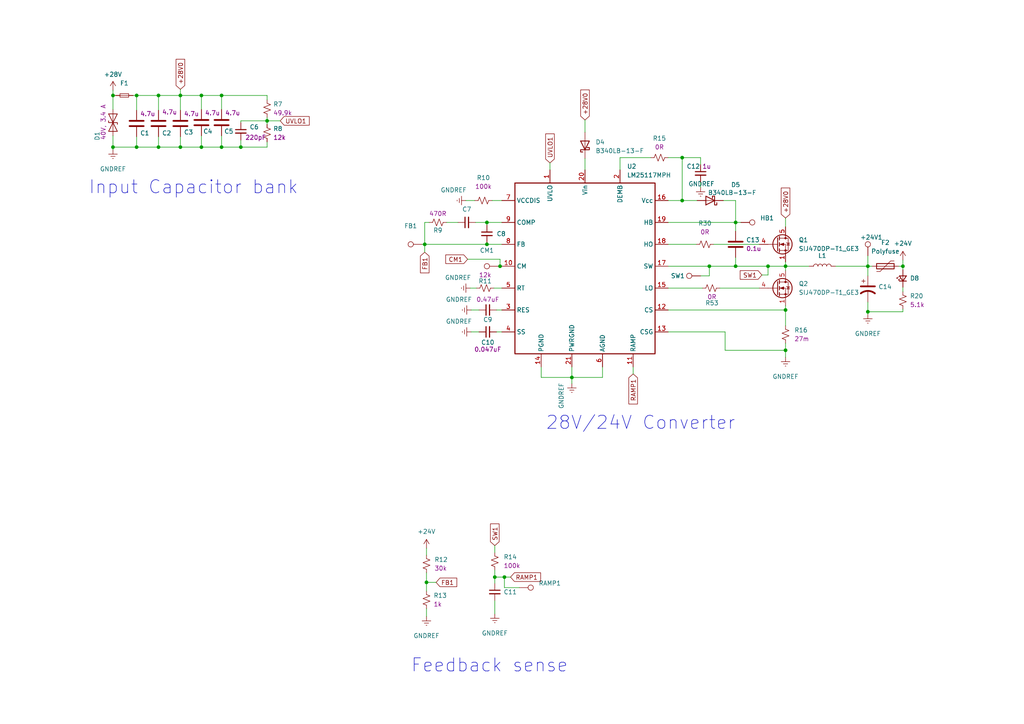
<source format=kicad_sch>
(kicad_sch (version 20211123) (generator eeschema)
  (paper "A4")
  (title_block (title "CON0100") (date "2023-01-12") (rev "V1.0") (company "Ati motors Pvt Ltd") (comment 1 "Soundhar B") (comment 2 "Designed By") (comment 3 "Sudhir P") (comment 4 "Reviewed By") (comment 5 "Naveen ") (comment 6 "Approved by"))
  (lib_symbols
    (symbol "Ati:C_0.01uf_0603_50V_ECJ-1VB1H103K" (pin_numbers hide) (pin_names (offset 0.254) hide)
      (property "Reference" "C7" (at 0.0063 3.81 90))
      (symbol "C_0.01uf_0603_50V_ECJ-1VB1H103K_0_1"
        (polyline (pts (xy -1.524 -0.508) (xy 1.524 -0.508)) (stroke (width 0.3302)))
        (polyline (pts (xy -1.524 0.508) (xy 1.524 0.508)) (stroke (width 0.3048)))
      )
      (symbol "C_0.01uf_0603_50V_ECJ-1VB1H103K_1_1"
        (pin passive line (at 0 2.54 270) (length 2.032) (name "~") (number "1"))
        (pin passive line (at 0 -2.54 90) (length 2.032) (name "~") (number "2"))
      )
    )
    (symbol "Ati:C_0.22uF_RAD_50V_20%" (pin_numbers hide) (pin_names (offset 0.254) hide)
      (property "Reference" "C14" (at 3.048 0.6351 0))
      (symbol "C_0.22uF_RAD_50V_20%_0_1"
        (polyline (pts (xy -2.032 0.762) (xy 2.032 0.762)) (stroke (width 0.508)))
        (polyline (pts (xy -1.778 2.286) (xy -0.762 2.286)))
        (polyline (pts (xy -1.27 1.778) (xy -1.27 2.794)))
        (arc (start 2.032 -1.27) (mid 0 -0.5572) (end -2.032 -1.27) (stroke (width 0.508)))
      )
      (symbol "C_0.22uF_RAD_50V_20%_1_1"
        (pin passive line (at 0 3.81 270) (length 2.794) (name "~") (number "1"))
        (pin passive line (at 0 -3.81 90) (length 3.302) (name "~") (number "2"))
      )
    )
    (symbol "Ati:C_0603_0.047uF_16V_10%_ECJ-1VB1C473K" (pin_numbers hide) (pin_names (offset 0.254) hide)
      (property "Reference" "C10" (at 0 -3.048 90))
      (property "Val" "0.047uF" (at 0 -5.08 90))
      (symbol "C_0603_0.047uF_16V_10%_ECJ-1VB1C473K_0_1"
        (polyline (pts (xy -1.524 -0.508) (xy 1.524 -0.508)) (stroke (width 0.3302)))
        (polyline (pts (xy -1.524 0.508) (xy 1.524 0.508)) (stroke (width 0.3048)))
      )
      (symbol "C_0603_0.047uF_16V_10%_ECJ-1VB1C473K_1_1"
        (pin passive line (at 0 2.54 270) (length 2.032) (name "~") (number "1"))
        (pin passive line (at 0 -2.54 90) (length 2.032) (name "~") (number "2"))
      )
    )
    (symbol "Ati:C_0603_0.47uF_25V_CGA3E3X7R1E474K080AB" (pin_numbers hide) (pin_names (offset 0.254) hide)
      (property "Reference" "C39" (at 0 -5.588 90))
      (property "Val" "0.47uF" (at -0.508 -3.556 90))
      (symbol "C_0603_0.47uF_25V_CGA3E3X7R1E474K080AB_0_1"
        (polyline (pts (xy -1.524 -0.508) (xy 1.524 -0.508)) (stroke (width 0.3302)))
        (polyline (pts (xy -1.524 0.508) (xy 1.524 0.508)) (stroke (width 0.3048)))
      )
      (symbol "C_0603_0.47uF_25V_CGA3E3X7R1E474K080AB_1_1"
        (pin passive line (at 0 2.54 270) (length 2.032) (name "~") (number "1"))
        (pin passive line (at 0 -2.54 90) (length 2.032) (name "~") (number "2"))
      )
    )
    (symbol "Ati:C_0603_220pF_50V_ECJ-1VC1H221J" (pin_numbers hide) (pin_names (offset 0.254) hide)
      (property "Reference" "C6" (at 2.54 1.2638 0))
      (property "Val" "220pF" (at 1.27 -1.778 0))
      (symbol "C_0603_220pF_50V_ECJ-1VC1H221J_0_1"
        (polyline (pts (xy -1.524 -0.508) (xy 1.524 -0.508)) (stroke (width 0.3302)))
        (polyline (pts (xy -1.524 0.508) (xy 1.524 0.508)) (stroke (width 0.3048)))
      )
      (symbol "C_0603_220pF_50V_ECJ-1VC1H221J_1_1"
        (pin passive line (at 0 2.54 270) (length 2.032) (name "~") (number "1"))
        (pin passive line (at 0 -2.54 90) (length 2.032) (name "~") (number "2"))
      )
    )
    (symbol "Ati:C_10pF_0603_GCM1885C1H100JA16D" (pin_numbers hide) (pin_names (offset 0.254) hide)
      (property "Reference" "C8" (at 2.794 -0.0062 0))
      (symbol "C_10pF_0603_GCM1885C1H100JA16D_0_1"
        (polyline (pts (xy -1.524 -0.508) (xy 1.524 -0.508)) (stroke (width 0.3302)))
        (polyline (pts (xy -1.524 0.508) (xy 1.524 0.508)) (stroke (width 0.3048)))
      )
      (symbol "C_10pF_0603_GCM1885C1H100JA16D_1_1"
        (pin passive line (at 0 2.54 270) (length 2.032) (name "~") (number "1"))
        (pin passive line (at 0 -2.54 90) (length 2.032) (name "~") (number "2"))
      )
    )
    (symbol "Ati:C_1uf_0603_GCJ188R71E105KA01D" (pin_numbers hide) (pin_names (offset 0.254) hide)
      (property "Reference" "C12" (at -4.064 2.032 0))
      (property "Val" "1u" (at 1.778 2.032 0))
      (symbol "C_1uf_0603_GCJ188R71E105KA01D_0_1"
        (polyline (pts (xy -1.524 -0.508) (xy 1.524 -0.508)) (stroke (width 0.3302)))
        (polyline (pts (xy -1.524 0.508) (xy 1.524 0.508)) (stroke (width 0.3048)))
      )
      (symbol "C_1uf_0603_GCJ188R71E105KA01D_1_1"
        (pin passive line (at 0 2.54 270) (length 2.032) (name "~") (number "1"))
        (pin passive line (at 0 -2.54 90) (length 2.032) (name "~") (number "2"))
      )
    )
    (symbol "Ati:C_4.7u_1206_CL31B475KAHNNNE" (pin_numbers hide) (pin_names (offset 0.254))
      (property "Reference" "C" (at 0.635 2.54 0))
      (property "Val" "4.7u" (at 5.08 0 0))
      (symbol "C_4.7u_1206_CL31B475KAHNNNE_0_1"
        (polyline (pts (xy -2.032 -0.762) (xy 2.032 -0.762)) (stroke (width 0.508)))
        (polyline (pts (xy -2.032 0.762) (xy 2.032 0.762)) (stroke (width 0.508)))
      )
      (symbol "C_4.7u_1206_CL31B475KAHNNNE_1_1"
        (pin passive line (at 0 3.81 270) (length 2.794) (name "~") (number "1"))
        (pin passive line (at 0 -3.81 90) (length 2.794) (name "~") (number "2"))
      )
    )
    (symbol "Ati:C_820pF_0603_50V_GCM1885C1H821JA16D" (pin_numbers hide) (pin_names (offset 0.254) hide)
      (property "Reference" "C36" (at 0 2.794 90))
      (property "Val" "820pF" (at -0.254 -2.54 90))
      (symbol "C_820pF_0603_50V_GCM1885C1H821JA16D_0_1"
        (polyline (pts (xy -1.524 -0.508) (xy 1.524 -0.508)) (stroke (width 0.3302)))
        (polyline (pts (xy -1.524 0.508) (xy 1.524 0.508)) (stroke (width 0.3048)))
      )
      (symbol "C_820pF_0603_50V_GCM1885C1H821JA16D_1_1"
        (pin passive line (at 0 2.54 270) (length 2.032) (name "~") (number "1"))
        (pin passive line (at 0 -2.54 90) (length 2.032) (name "~") (number "2"))
      )
    )
    (symbol "Ati:D_LED_0603_Blue_150060BS75000" (pin_numbers hide) (pin_names (offset 0.254) hide)
      (property "Reference" "D?" (at 2.032 0.0636 90))
      (symbol "D_LED_0603_Blue_150060BS75000_0_1"
        (polyline (pts (xy -0.762 -1.016) (xy -0.762 1.016)) (stroke (width 0.254)))
        (polyline (pts (xy 1.016 0) (xy -0.762 0)))
        (polyline (pts (xy 0.762 -1.016) (xy -0.762 0) (xy 0.762 1.016) (xy 0.762 -1.016)) (stroke (width 0.254)))
        (polyline (pts (xy 0 0.762) (xy -0.508 1.27) (xy -0.254 1.27) (xy -0.508 1.27) (xy -0.508 1.016)))
        (polyline (pts (xy 0.508 1.27) (xy 0 1.778) (xy 0.254 1.778) (xy 0 1.778) (xy 0 1.524)))
      )
      (symbol "D_LED_0603_Blue_150060BS75000_1_1"
        (pin passive line (at -2.54 0 0) (length 1.778) (name "K") (number "1"))
        (pin passive line (at 2.54 0 180) (length 1.778) (name "A") (number "2"))
      )
    )
    (symbol "Ati:Fuse_1206_SlowBlow_SF-1206SA350M-2" (pin_numbers hide) (pin_names (offset 0.254) hide)
      (property "Reference" "F1" (at 0 5.842 0))
      (symbol "Fuse_1206_SlowBlow_SF-1206SA350M-2_0_1"
        (rectangle (start -1.27 0.508) (end 1.27 -0.508))
        (polyline (pts (xy -1.27 0) (xy 1.27 0)))
      )
      (symbol "Fuse_1206_SlowBlow_SF-1206SA350M-2_1_1"
        (pin passive line (at -2.54 0 0) (length 1.27) (name "~") (number "1"))
        (pin passive line (at 2.54 0 180) (length 1.27) (name "~") (number "2"))
      )
    )
    (symbol "Ati:LM25117MPH"
      (property "Reference" "U" (at 0 24.13 0))
      (property "Value" "LM25117MPH" (at 0 26.67 0))
      (symbol "LM25117MPH_0_1"
        (rectangle (start -20.32 49.53) (end 20.32 0) (stroke (width 0.3)))
      )
      (symbol "LM25117MPH_1_1"
        (pin input line (at -10.16 53.34 270) (length 3.8) (name "UVLO") (number "1"))
        (pin input line (at -24.13 25.4 0) (length 3.8) (name "CM") (number "10"))
        (pin input line (at 13.97 -3.81 90) (length 3.8) (name "RAMP") (number "11"))
        (pin input line (at 24.13 12.7 180) (length 3.8) (name "CS") (number "12"))
        (pin input line (at 24.13 6.35 180) (length 3.8) (name "CSG") (number "13"))
        (pin input line (at -12.7 -3.81 90) (length 3.8) (name "PGND") (number "14"))
        (pin input line (at 24.13 19.05 180) (length 3.8) (name "LO") (number "15"))
        (pin input line (at 24.13 44.45 180) (length 3.8) (name "Vcc") (number "16"))
        (pin input line (at 24.13 25.4 180) (length 3.8) (name "SW") (number "17"))
        (pin input line (at 24.13 31.75 180) (length 3.8) (name "HO") (number "18"))
        (pin input line (at 24.13 38.1 180) (length 3.8) (name "HB") (number "19"))
        (pin input line (at 10.16 53.34 270) (length 3.8) (name "DEMB") (number "2"))
        (pin input line (at 0 53.34 270) (length 3.8) (name "Vin") (number "20"))
        (pin input line (at -3.81 -3.81 90) (length 3.8) (name "PWRGND") (number "21"))
        (pin input line (at -24.13 12.7 0) (length 3.8) (name "RES") (number "3"))
        (pin input line (at -24.13 6.35 0) (length 3.8) (name "SS") (number "4"))
        (pin input line (at -24.13 19.05 0) (length 3.8) (name "RT") (number "5"))
        (pin input line (at 5.08 -3.81 90) (length 3.8) (name "AGND") (number "6"))
        (pin input line (at -24.13 44.45 0) (length 3.8) (name "VCCDIS") (number "7"))
        (pin input line (at -24.13 31.75 0) (length 3.8) (name "FB") (number "8"))
        (pin input line (at -24.13 38.1 0) (length 3.8) (name "COMP") (number "9"))
      )
    )
    (symbol "Ati:L_22uH_12A_37mOhms_SMD_12.5mmx13.5mm" (pin_numbers hide) (pin_names (offset 1.016) hide)
      (property "Reference" "L1" (at 0 3.048 90))
      (symbol "L_22uH_12A_37mOhms_SMD_12.5mmx13.5mm_0_1"
        (arc (start 0 -2.54) (mid 0.635 -1.905) (end 0 -1.27))
        (arc (start 0 -1.27) (mid 0.635 -0.635) (end 0 0))
        (arc (start 0 0) (mid 0.635 0.635) (end 0 1.27))
        (arc (start 0 1.27) (mid 0.635 1.905) (end 0 2.54))
      )
      (symbol "L_22uH_12A_37mOhms_SMD_12.5mmx13.5mm_1_1"
        (pin passive line (at 0 3.81 270) (length 1.27) (name "1") (number "1"))
        (pin passive line (at 0 -3.81 90) (length 1.27) (name "2") (number "2"))
      )
    )
    (symbol "Ati:R_0R_0603_ERJ-3GEY0R00V" (pin_numbers hide) (pin_names (offset 0.254) hide)
      (property "Reference" "R" (at 0.762 0.508 0))
      (property "Val" "0R" (at 2.54 0 0))
      (symbol "R_0R_0603_ERJ-3GEY0R00V_1_1"
        (polyline (pts (xy 0 0) (xy 1.016 -0.381) (xy 0 -0.762) (xy -1.016 -1.143) (xy 0 -1.524)))
        (polyline (pts (xy 0 1.524) (xy 1.016 1.143) (xy 0 0.762) (xy -1.016 0.381) (xy 0 0)))
        (pin passive line (at 0 2.54 270) (length 1.016) (name "~") (number "1"))
        (pin passive line (at 0 -2.54 90) (length 1.016) (name "~") (number "2"))
      )
    )
    (symbol "Ati:R_100k_0603_1{slash}10W_CRGP0603F100K" (pin_numbers hide) (pin_names (offset 0.254) hide)
      (property "Reference" "R10" (at 0 6.604 90))
      (property "Val" "100k" (at 0 4.064 90))
      (symbol "R_100k_0603_1{slash}10W_CRGP0603F100K_1_1"
        (polyline (pts (xy 0 0) (xy 1.016 -0.381) (xy 0 -0.762) (xy -1.016 -1.143) (xy 0 -1.524)))
        (polyline (pts (xy 0 1.524) (xy 1.016 1.143) (xy 0 0.762) (xy -1.016 0.381) (xy 0 0)))
        (pin passive line (at 0 2.54 270) (length 1.016) (name "~") (number "1"))
        (pin passive line (at 0 -2.54 90) (length 1.016) (name "~") (number "2"))
      )
    )
    (symbol "Ati:R_12k_0603_ERJ3EKF1202V" (pin_numbers hide) (pin_names (offset 0.254) hide)
      (property "Reference" "R11" (at 0 2.032 90))
      (property "Val" "12k" (at 0 3.81 90))
      (symbol "R_12k_0603_ERJ3EKF1202V_1_1"
        (polyline (pts (xy 0 0) (xy 1.016 -0.381) (xy 0 -0.762) (xy -1.016 -1.143) (xy 0 -1.524)))
        (polyline (pts (xy 0 1.524) (xy 1.016 1.143) (xy 0 0.762) (xy -1.016 0.381) (xy 0 0)))
        (pin passive line (at 0 2.54 270) (length 1.016) (name "~") (number "1"))
        (pin passive line (at 0 -2.54 90) (length 1.016) (name "~") (number "2"))
      )
    )
    (symbol "Ati:R_1k_0603_ERJ-3EKF1001V" (pin_numbers hide) (pin_names (offset 0.254) hide)
      (property "Reference" "R" (at -2.54 0 0))
      (property "Val" "1k" (at 2.54 0 0))
      (symbol "R_1k_0603_ERJ-3EKF1001V_1_1"
        (polyline (pts (xy 0 0) (xy 1.016 -0.381) (xy 0 -0.762) (xy -1.016 -1.143) (xy 0 -1.524)))
        (polyline (pts (xy 0 1.524) (xy 1.016 1.143) (xy 0 0.762) (xy -1.016 0.381) (xy 0 0)))
        (pin passive line (at 0 2.54 270) (length 1.016) (name "~") (number "1"))
        (pin passive line (at 0 -2.54 90) (length 1.016) (name "~") (number "2"))
      )
    )
    (symbol "Ati:R_27mOhms_0805_ERJ-6BWFR027V" (pin_numbers hide) (pin_names (offset 0.254) hide)
      (property "Reference" "R16" (at 2.54 1.2701 0))
      (property "Val" "27m" (at 2.54 -1.2699 0))
      (symbol "R_27mOhms_0805_ERJ-6BWFR027V_1_1"
        (polyline (pts (xy 0 0) (xy 1.016 -0.381) (xy 0 -0.762) (xy -1.016 -1.143) (xy 0 -1.524)))
        (polyline (pts (xy 0 1.524) (xy 1.016 1.143) (xy 0 0.762) (xy -1.016 0.381) (xy 0 0)))
        (pin passive line (at 0 2.54 270) (length 1.016) (name "~") (number "1"))
        (pin passive line (at 0 -2.54 90) (length 1.016) (name "~") (number "2"))
      )
    )
    (symbol "Ati:R_30k_0603_ERJ-PB3B3002V" (pin_numbers hide) (pin_names (offset 0.254) hide)
      (property "Reference" "R12" (at 2.286 1.2701 0))
      (property "Val" "30k" (at 2.286 -1.2699 0))
      (symbol "R_30k_0603_ERJ-PB3B3002V_1_1"
        (polyline (pts (xy 0 0) (xy 1.016 -0.381) (xy 0 -0.762) (xy -1.016 -1.143) (xy 0 -1.524)))
        (polyline (pts (xy 0 1.524) (xy 1.016 1.143) (xy 0 0.762) (xy -1.016 0.381) (xy 0 0)))
        (pin passive line (at 0 2.54 270) (length 1.016) (name "~") (number "1"))
        (pin passive line (at 0 -2.54 90) (length 1.016) (name "~") (number "2"))
      )
    )
    (symbol "Ati:R_470R_0603_ERJ-3EKF4700V" (pin_numbers hide) (pin_names (offset 0.254) hide)
      (property "Reference" "R9" (at 0 -2.286 90))
      (property "Val" "470R" (at 0 2.54 90))
      (symbol "R_470R_0603_ERJ-3EKF4700V_1_1"
        (polyline (pts (xy 0 0) (xy 1.016 -0.381) (xy 0 -0.762) (xy -1.016 -1.143) (xy 0 -1.524)))
        (polyline (pts (xy 0 1.524) (xy 1.016 1.143) (xy 0 0.762) (xy -1.016 0.381) (xy 0 0)))
        (pin passive line (at 0 2.54 270) (length 1.016) (name "~") (number "1"))
        (pin passive line (at 0 -2.54 90) (length 1.016) (name "~") (number "2"))
      )
    )
    (symbol "Ati:R_49.9k_0603_ERJ3EKF4992V" (pin_numbers hide) (pin_names (offset 0.254) hide)
      (property "Reference" "R7" (at 1.778 1.2701 0))
      (property "Val" "49.9k" (at 1.778 -1.2699 0))
      (symbol "R_49.9k_0603_ERJ3EKF4992V_1_1"
        (polyline (pts (xy 0 0) (xy 1.016 -0.381) (xy 0 -0.762) (xy -1.016 -1.143) (xy 0 -1.524)))
        (polyline (pts (xy 0 1.524) (xy 1.016 1.143) (xy 0 0.762) (xy -1.016 0.381) (xy 0 0)))
        (pin passive line (at 0 2.54 270) (length 1.016) (name "~") (number "1"))
        (pin passive line (at 0 -2.54 90) (length 1.016) (name "~") (number "2"))
      )
    )
    (symbol "Ati:R_5.1k_0603_RC0603FR-075K1L" (pin_numbers hide) (pin_names (offset 0.254) hide)
      (property "Reference" "R?" (at 2.032 1.2701 0))
      (property "Val" "5.1k" (at 2.032 -1.2699 0))
      (symbol "R_5.1k_0603_RC0603FR-075K1L_1_1"
        (polyline (pts (xy 0 0) (xy 1.016 -0.381) (xy 0 -0.762) (xy -1.016 -1.143) (xy 0 -1.524)))
        (polyline (pts (xy 0 1.524) (xy 1.016 1.143) (xy 0 0.762) (xy -1.016 0.381) (xy 0 0)))
        (pin passive line (at 0 2.54 270) (length 1.016) (name "~") (number "1"))
        (pin passive line (at 0 -2.54 90) (length 1.016) (name "~") (number "2"))
      )
    )
    (symbol "Ati:SIJ470DP-T1_GE3" (pin_names hide)
      (property "Reference" "Q1" (at 6.35 1.2701 0))
      (property "Value" "SIJ470DP-T1_GE3" (at 6.35 -1.2699 0))
      (symbol "SIJ470DP-T1_GE3_0_1"
        (polyline (pts (xy 0.254 0) (xy -2.54 0)))
        (polyline (pts (xy 0.254 1.905) (xy 0.254 -1.905)) (stroke (width 0.254)))
        (polyline (pts (xy 0.762 -1.27) (xy 0.762 -2.286)) (stroke (width 0.254)))
        (polyline (pts (xy 0.762 0.508) (xy 0.762 -0.508)) (stroke (width 0.254)))
        (polyline (pts (xy 0.762 2.286) (xy 0.762 1.27)) (stroke (width 0.254)))
        (polyline (pts (xy 2.54 2.54) (xy 2.54 1.778)))
        (polyline (pts (xy 2.54 -2.54) (xy 2.54 0) (xy 0.762 0)))
        (polyline (pts (xy 0.762 -1.778) (xy 3.302 -1.778) (xy 3.302 1.778) (xy 0.762 1.778)))
        (polyline (pts (xy 1.016 0) (xy 2.032 0.381) (xy 2.032 -0.381) (xy 1.016 0)) (fill (type outline)))
        (polyline (pts (xy 2.794 0.508) (xy 2.921 0.381) (xy 3.683 0.381) (xy 3.81 0.254)))
        (polyline (pts (xy 3.302 0.381) (xy 2.921 -0.254) (xy 3.683 -0.254) (xy 3.302 0.381)))
        (circle (center 1.651 0) (radius 2.794) (stroke (width 0.254)))
        (circle (center 2.54 -1.778) (radius 0.254) (fill (type outline)))
        (circle (center 2.54 1.778) (radius 0.254) (fill (type outline)))
      )
      (symbol "SIJ470DP-T1_GE3_1_1"
        (pin passive line (at 2.54 -5.08 90) (length 2.54) (name "S") (number "1"))
        (pin passive line (at 2.54 -5.08 90) (length 2.54) hide (name "S") (number "2"))
        (pin passive line (at 2.54 -5.08 90) (length 2.54) hide (name "S") (number "3"))
        (pin input line (at -5.08 0 0) (length 2.54) (name "G") (number "4"))
        (pin passive line (at 2.54 5.08 270) (length 2.54) (name "D") (number "5"))
      )
    )
    (symbol "Ati_Anand:C_0603_0.1u_50V_C0603C104K5RACAUTO" (pin_numbers hide) (pin_names (offset 0.254))
      (property "Reference" "C" (at 0.635 2.54 0))
      (property "Val" "0.1u" (at 5.08 0 0))
      (symbol "C_0603_0.1u_50V_C0603C104K5RACAUTO_0_1"
        (polyline (pts (xy -2.032 -0.762) (xy 2.032 -0.762)) (stroke (width 0.508)))
        (polyline (pts (xy -2.032 0.762) (xy 2.032 0.762)) (stroke (width 0.508)))
      )
      (symbol "C_0603_0.1u_50V_C0603C104K5RACAUTO_1_1"
        (pin passive line (at 0 3.81 270) (length 2.794) (name "~") (number "1"))
        (pin passive line (at 0 -3.81 90) (length 2.794) (name "~") (number "2"))
      )
    )
    (symbol "Ati_Anand:D_TVS_58.1V_ATV02W360B-HF" (pin_numbers hide) (pin_names (offset 1.016) hide)
      (property "Reference" "D" (at 0 2.54 0))
      (property "Val" "58V, 3.4 A" (at 0 0 0))
      (symbol "D_TVS_58.1V_ATV02W360B-HF_0_1"
        (polyline (pts (xy 1.27 0) (xy -1.27 0)))
        (polyline (pts (xy -2.54 -1.27) (xy 0 0) (xy -2.54 1.27) (xy -2.54 -1.27)) (stroke (width 0.2032)))
        (polyline (pts (xy 0.508 1.27) (xy 0 1.27) (xy 0 -1.27) (xy -0.508 -1.27)) (stroke (width 0.2032)))
        (polyline (pts (xy 2.54 1.27) (xy 2.54 -1.27) (xy 0 0) (xy 2.54 1.27)) (stroke (width 0.2032)))
      )
      (symbol "D_TVS_58.1V_ATV02W360B-HF_1_1"
        (pin passive line (at -3.81 0 0) (length 2.54) (name "A1") (number "1"))
        (pin passive line (at 3.81 0 180) (length 2.54) (name "A2") (number "2"))
      )
    )
    (symbol "Ati_Anand:R_100k_0603_0.1%_ERA3APB104V" (pin_numbers hide) (pin_names (offset 0.254) hide)
      (property "Reference" "R" (at 0.762 0.508 0))
      (property "Val" "100k" (at 6.35 0 0))
      (symbol "R_100k_0603_0.1%_ERA3APB104V_1_1"
        (polyline (pts (xy 0 0) (xy 1.016 -0.381) (xy 0 -0.762) (xy -1.016 -1.143) (xy 0 -1.524)))
        (polyline (pts (xy 0 1.524) (xy 1.016 1.143) (xy 0 0.762) (xy -1.016 0.381) (xy 0 0)))
        (pin passive line (at 0 2.54 270) (length 1.016) (name "~") (number "1"))
        (pin passive line (at 0 -2.54 90) (length 1.016) (name "~") (number "2"))
      )
    )
    (symbol "Connector:TestPoint" (pin_numbers hide) (pin_names (offset 0.762) hide)
      (property "Reference" "TP" (at 0 6.858 0))
      (property "Value" "TestPoint" (at 0 5.08 0))
      (symbol "TestPoint_0_1"
        (circle (center 0 3.302) (radius 0.762))
      )
      (symbol "TestPoint_1_1"
        (pin passive line (at 0 0 90) (length 2.54) (name "1") (number "1"))
      )
    )
    (symbol "Device:Polyfuse" (pin_numbers hide) (pin_names (offset 0))
      (property "Reference" "F" (at -2.54 0 90))
      (property "Value" "Polyfuse" (at 2.54 0 90))
      (symbol "Polyfuse_0_1"
        (rectangle (start -0.762 2.54) (end 0.762 -2.54) (stroke (width 0.254)))
        (polyline (pts (xy 0 2.54) (xy 0 -2.54)))
        (polyline (pts (xy -1.524 2.54) (xy -1.524 1.524) (xy 1.524 -1.524) (xy 1.524 -2.54)))
      )
      (symbol "Polyfuse_1_1"
        (pin passive line (at 0 3.81 270) (length 1.27) (name "~") (number "1"))
        (pin passive line (at 0 -3.81 90) (length 1.27) (name "~") (number "2"))
      )
    )
    (symbol "Diode:B340" (pin_numbers hide) (pin_names (offset 1.016) hide)
      (property "Reference" "D" (at 0 2.54 0))
      (property "Value" "B340" (at 0 -2.54 0))
      (symbol "B340_0_1"
        (polyline (pts (xy 1.27 0) (xy -1.27 0)))
        (polyline (pts (xy 1.27 1.27) (xy 1.27 -1.27) (xy -1.27 0) (xy 1.27 1.27)) (stroke (width 0.254)))
        (polyline (pts (xy -1.905 0.635) (xy -1.905 1.27) (xy -1.27 1.27) (xy -1.27 -1.27) (xy -0.635 -1.27) (xy -0.635 -0.635)) (stroke (width 0.254)))
      )
      (symbol "B340_1_1"
        (pin passive line (at -3.81 0 0) (length 2.54) (name "K") (number "1"))
        (pin passive line (at 3.81 0 180) (length 2.54) (name "A") (number "2"))
      )
    )
    (symbol "power:+24V" (power) (pin_names (offset 0))
      (property "Value" "+24V" (at 0 3.556 0))
      (symbol "+24V_0_1"
        (polyline (pts (xy -0.762 1.27) (xy 0 2.54)))
        (polyline (pts (xy 0 0) (xy 0 2.54)))
        (polyline (pts (xy 0 2.54) (xy 0.762 1.27)))
      )
      (symbol "+24V_1_1"
        (pin power_in line (at 0 0 90) (length 0) hide (name "+24V") (number "1"))
      )
    )
    (symbol "power:+28V" (power) (pin_names (offset 0))
      (property "Value" "+28V" (at 0 3.81 0))
      (symbol "+28V_0_1"
        (polyline (pts (xy -0.762 1.27) (xy 0 2.54)))
        (polyline (pts (xy 0 0) (xy 0 2.54)))
        (polyline (pts (xy 0 2.54) (xy 0.762 1.27)))
      )
      (symbol "+28V_1_1"
        (pin power_in line (at 0 0 90) (length 0) hide (name "+28V") (number "1"))
      )
    )
    (symbol "power:GNDREF" (power) (pin_names (offset 0))
      (property "Value" "GNDREF" (at 0 -3.81 0))
      (symbol "GNDREF_0_1"
        (polyline (pts (xy -0.635 -1.905) (xy 0.635 -1.905)))
        (polyline (pts (xy -0.127 -2.54) (xy 0.127 -2.54)))
        (polyline (pts (xy 0 -1.27) (xy 0 0)))
        (polyline (pts (xy 1.27 -1.27) (xy -1.27 -1.27)))
      )
      (symbol "GNDREF_1_1"
        (pin power_in line (at 0 0 270) (length 0) hide (name "GNDREF") (number "1"))
      )
    )
  )
  (junction (at 145.034 77.216))
  (junction (at 69.85 42.672))
  (junction (at 222.758 77.216))
  (junction (at 123.698 168.91))
  (junction (at 32.766 27.686))
  (junction (at 227.838 77.216))
  (junction (at 143.51 167.386))
  (junction (at 141.224 64.516))
  (junction (at 45.974 27.686))
  (junction (at 58.42 27.686))
  (junction (at 77.47 35.052))
  (junction (at 45.974 42.672))
  (junction (at 146.304 167.386))
  (junction (at 52.324 27.686))
  (junction (at 227.838 101.6))
  (junction (at 251.714 77.216))
  (junction (at 205.74 77.216))
  (junction (at 64.262 42.672))
  (junction (at 197.866 58.166))
  (junction (at 64.262 27.686))
  (junction (at 261.874 77.216))
  (junction (at 213.36 77.216))
  (junction (at 32.766 42.672))
  (junction (at 227.838 89.916))
  (junction (at 213.36 64.516))
  (junction (at 251.714 90.424))
  (junction (at 39.624 27.686))
  (junction (at 165.862 109.474))
  (junction (at 141.224 70.866))
  (junction (at 123.19 70.866))
  (junction (at 52.324 42.672))
  (junction (at 197.866 45.72))
  (junction (at 39.624 42.672))
  (junction (at 58.42 42.672))
  (wire (pts (xy 38.608 27.686) (xy 39.624 27.686)))
  (wire (pts (xy 179.832 49.276) (xy 179.832 45.72)))
  (wire (pts (xy 193.802 89.916) (xy 227.838 89.916)))
  (wire (pts (xy 64.262 31.75) (xy 64.262 27.686)))
  (wire (pts (xy 193.802 64.516) (xy 213.36 64.516)))
  (wire (pts (xy 174.752 109.474) (xy 165.862 109.474)))
  (wire (pts (xy 213.36 64.516) (xy 213.36 58.166)))
  (wire (pts (xy 213.36 64.516) (xy 213.36 67.056)))
  (wire (pts (xy 156.972 109.474) (xy 165.862 109.474)))
  (wire (pts (xy 227.838 77.216) (xy 227.838 78.486)))
  (wire (pts (xy 64.262 39.37) (xy 64.262 42.672)))
  (wire (pts (xy 169.672 45.974) (xy 169.672 49.276)))
  (wire (pts (xy 32.766 27.686) (xy 32.766 31.75)))
  (wire (pts (xy 159.512 47.244) (xy 159.512 49.276)))
  (wire (pts (xy 32.766 27.686) (xy 33.528 27.686)))
  (wire (pts (xy 210.312 101.6) (xy 227.838 101.6)))
  (wire (pts (xy 193.802 45.72) (xy 197.866 45.72)))
  (wire (pts (xy 203.2 47.752) (xy 203.2 45.72)))
  (wire (pts (xy 137.922 64.516) (xy 141.224 64.516)))
  (wire (pts (xy 210.312 96.266) (xy 210.312 101.6)))
  (wire (pts (xy 193.802 83.566) (xy 203.708 83.566)))
  (wire (pts (xy 197.866 58.166) (xy 202.184 58.166)))
  (wire (pts (xy 203.2 52.832) (xy 203.2 54.356)))
  (wire (pts (xy 193.802 96.266) (xy 210.312 96.266)))
  (wire (pts (xy 52.324 42.672) (xy 58.42 42.672)))
  (wire (pts (xy 261.874 77.216) (xy 261.874 78.232)))
  (wire (pts (xy 141.224 70.358) (xy 141.224 70.866)))
  (wire (pts (xy 69.85 35.56) (xy 69.85 35.052)))
  (wire (pts (xy 141.224 65.278) (xy 141.224 64.516)))
  (wire (pts (xy 122.428 70.866) (xy 123.19 70.866)))
  (wire (pts (xy 169.672 34.798) (xy 169.672 38.354)))
  (wire (pts (xy 32.766 43.434) (xy 32.766 42.672)))
  (wire (pts (xy 193.802 70.866) (xy 201.93 70.866)))
  (wire (pts (xy 251.714 87.63) (xy 251.714 90.424)))
  (wire (pts (xy 205.74 80.01) (xy 205.74 77.216)))
  (wire (pts (xy 77.47 27.686) (xy 77.47 28.956)))
  (wire (pts (xy 136.398 83.566) (xy 138.176 83.566)))
  (wire (pts (xy 45.974 32.004) (xy 45.974 27.686)))
  (wire (pts (xy 45.974 39.624) (xy 45.974 42.672)))
  (wire (pts (xy 143.256 83.566) (xy 145.542 83.566)))
  (wire (pts (xy 52.324 27.686) (xy 45.974 27.686)))
  (wire (pts (xy 213.36 77.216) (xy 222.758 77.216)))
  (wire (pts (xy 183.642 106.426) (xy 183.642 108.458)))
  (wire (pts (xy 220.98 79.756) (xy 222.758 79.756)))
  (wire (pts (xy 227.838 99.568) (xy 227.838 101.6)))
  (wire (pts (xy 123.698 166.116) (xy 123.698 168.91)))
  (wire (pts (xy 205.74 77.216) (xy 193.802 77.216)))
  (wire (pts (xy 123.19 64.516) (xy 123.19 70.866)))
  (wire (pts (xy 123.698 168.91) (xy 126.492 168.91)))
  (wire (pts (xy 45.974 42.672) (xy 52.324 42.672)))
  (wire (pts (xy 39.624 42.672) (xy 45.974 42.672)))
  (wire (pts (xy 203.2 80.01) (xy 205.74 80.01)))
  (wire (pts (xy 261.874 83.312) (xy 261.874 84.582)))
  (wire (pts (xy 193.802 58.166) (xy 197.866 58.166)))
  (wire (pts (xy 143.51 167.386) (xy 143.51 169.164)))
  (wire (pts (xy 227.838 101.6) (xy 227.838 103.632)))
  (wire (pts (xy 208.788 83.566) (xy 220.218 83.566)))
  (wire (pts (xy 144.526 77.216) (xy 145.034 77.216)))
  (wire (pts (xy 136.652 89.916) (xy 138.938 89.916)))
  (wire (pts (xy 261.874 89.662) (xy 261.874 90.424)))
  (wire (pts (xy 261.874 90.424) (xy 251.714 90.424)))
  (wire (pts (xy 135.636 75.184) (xy 145.034 75.184)))
  (wire (pts (xy 222.758 77.216) (xy 227.838 77.216)))
  (wire (pts (xy 222.758 79.756) (xy 222.758 77.216)))
  (wire (pts (xy 213.36 58.166) (xy 209.804 58.166)))
  (wire (pts (xy 123.19 70.866) (xy 123.19 73.152)))
  (wire (pts (xy 261.874 75.438) (xy 261.874 77.216)))
  (wire (pts (xy 179.832 45.72) (xy 188.722 45.72)))
  (wire (pts (xy 227.838 75.946) (xy 227.838 77.216)))
  (wire (pts (xy 123.698 176.53) (xy 123.698 178.816)))
  (wire (pts (xy 242.316 77.216) (xy 251.714 77.216)))
  (wire (pts (xy 69.85 35.052) (xy 77.47 35.052)))
  (wire (pts (xy 260.604 77.216) (xy 261.874 77.216)))
  (wire (pts (xy 227.838 89.916) (xy 227.838 94.488)))
  (wire (pts (xy 64.262 42.672) (xy 69.85 42.672)))
  (wire (pts (xy 52.324 25.908) (xy 52.324 27.686)))
  (wire (pts (xy 58.42 31.75) (xy 58.42 27.686)))
  (wire (pts (xy 52.324 32.004) (xy 52.324 27.686)))
  (wire (pts (xy 251.714 77.216) (xy 251.714 80.01)))
  (wire (pts (xy 197.866 45.72) (xy 197.866 58.166)))
  (wire (pts (xy 145.034 75.184) (xy 145.034 77.216)))
  (wire (pts (xy 165.862 109.474) (xy 165.862 111.252)))
  (wire (pts (xy 143.51 158.242) (xy 143.51 160.274)))
  (wire (pts (xy 227.838 77.216) (xy 234.696 77.216)))
  (wire (pts (xy 123.19 70.866) (xy 141.224 70.866)))
  (wire (pts (xy 144.018 96.266) (xy 145.542 96.266)))
  (wire (pts (xy 213.36 77.216) (xy 205.74 77.216)))
  (wire (pts (xy 145.034 77.216) (xy 145.542 77.216)))
  (wire (pts (xy 58.42 42.672) (xy 64.262 42.672)))
  (wire (pts (xy 64.262 27.686) (xy 77.47 27.686)))
  (wire (pts (xy 251.714 74.168) (xy 251.714 77.216)))
  (wire (pts (xy 39.624 39.624) (xy 39.624 42.672)))
  (wire (pts (xy 146.304 170.434) (xy 146.304 167.386)))
  (wire (pts (xy 141.224 64.516) (xy 145.542 64.516)))
  (wire (pts (xy 135.128 58.166) (xy 137.668 58.166)))
  (wire (pts (xy 123.698 168.91) (xy 123.698 171.45)))
  (wire (pts (xy 174.752 106.426) (xy 174.752 109.474)))
  (wire (pts (xy 52.324 39.624) (xy 52.324 42.672)))
  (wire (pts (xy 58.42 39.37) (xy 58.42 42.672)))
  (wire (pts (xy 143.51 165.354) (xy 143.51 167.386)))
  (wire (pts (xy 142.748 58.166) (xy 145.542 58.166)))
  (wire (pts (xy 146.304 167.386) (xy 143.51 167.386)))
  (wire (pts (xy 32.766 39.37) (xy 32.766 42.672)))
  (wire (pts (xy 123.698 159.004) (xy 123.698 161.036)))
  (wire (pts (xy 251.714 90.424) (xy 251.714 91.186)))
  (wire (pts (xy 251.714 77.216) (xy 252.984 77.216)))
  (wire (pts (xy 124.46 64.516) (xy 123.19 64.516)))
  (wire (pts (xy 227.838 63.246) (xy 227.838 65.786)))
  (wire (pts (xy 136.652 96.266) (xy 138.938 96.266)))
  (wire (pts (xy 77.47 35.052) (xy 77.47 36.068)))
  (wire (pts (xy 213.36 64.516) (xy 214.884 64.516)))
  (wire (pts (xy 150.622 170.434) (xy 146.304 170.434)))
  (wire (pts (xy 165.862 106.426) (xy 165.862 109.474)))
  (wire (pts (xy 156.972 106.426) (xy 156.972 109.474)))
  (wire (pts (xy 69.85 40.64) (xy 69.85 42.672)))
  (wire (pts (xy 148.082 167.386) (xy 146.304 167.386)))
  (wire (pts (xy 141.224 70.866) (xy 145.542 70.866)))
  (wire (pts (xy 64.262 27.686) (xy 58.42 27.686)))
  (wire (pts (xy 58.42 27.686) (xy 52.324 27.686)))
  (wire (pts (xy 227.838 89.916) (xy 227.838 88.646)))
  (wire (pts (xy 81.28 35.052) (xy 77.47 35.052)))
  (wire (pts (xy 143.51 174.244) (xy 143.51 178.054)))
  (wire (pts (xy 77.47 42.672) (xy 77.47 41.148)))
  (wire (pts (xy 203.2 45.72) (xy 197.866 45.72)))
  (wire (pts (xy 32.766 26.162) (xy 32.766 27.686)))
  (wire (pts (xy 207.01 70.866) (xy 220.218 70.866)))
  (wire (pts (xy 45.974 27.686) (xy 39.624 27.686)))
  (wire (pts (xy 69.85 42.672) (xy 77.47 42.672)))
  (wire (pts (xy 129.54 64.516) (xy 132.842 64.516)))
  (wire (pts (xy 32.766 42.672) (xy 39.624 42.672)))
  (wire (pts (xy 213.36 74.676) (xy 213.36 77.216)))
  (wire (pts (xy 144.018 89.916) (xy 145.542 89.916)))
  (wire (pts (xy 39.624 27.686) (xy 39.624 32.004)))
  (wire (pts (xy 77.47 34.036) (xy 77.47 35.052)))
  (text "Feedback sense" (at 119.126 195.326 0) (effects (font (size 3.81 3.81)) (justify left bottom)))
  (text "28V/24V Converter" (at 158.242 124.968 0) (effects (font (size 3.81 3.81)) (justify left bottom)))
  (text "Input Capacitor bank" (at 25.654 56.642 0) (effects (font (size 3.81 3.81)) (justify left bottom)))
  (global_label "RAMP1" (shape input) (at 148.082 167.386 0) (property "Intersheet References" "${INTERSHEET_REFS}" (effects hide)))
  (global_label "SW1" (shape input) (at 220.98 79.756 180) (property "Intersheet References" "${INTERSHEET_REFS}" (effects hide)))
  (global_label "UVLO1" (shape input) (at 81.28 35.052 0) (property "Intersheet References" "${INTERSHEET_REFS}" (effects hide)))
  (global_label "UVLO1" (shape input) (at 159.512 47.244 90) (property "Intersheet References" "${INTERSHEET_REFS}" (effects hide)))
  (global_label "+28V0" (shape input) (at 52.324 25.908 90) (property "Intersheet References" "${INTERSHEET_REFS}" (effects hide)))
  (global_label "SW1" (shape input) (at 143.51 158.242 90) (property "Intersheet References" "${INTERSHEET_REFS}" (effects hide)))
  (global_label "CM1" (shape input) (at 135.636 75.184 180) (property "Intersheet References" "${INTERSHEET_REFS}" (effects hide)))
  (global_label "RAMP1" (shape input) (at 183.642 108.458 270) (property "Intersheet References" "${INTERSHEET_REFS}" (effects hide)))
  (global_label "+28V0" (shape input) (at 169.672 34.798 90) (property "Intersheet References" "${INTERSHEET_REFS}" (effects hide)))
  (global_label "+28V0" (shape input) (at 227.838 63.246 90) (property "Intersheet References" "${INTERSHEET_REFS}" (effects hide)))
  (global_label "FB1" (shape input) (at 123.19 73.152 270) (property "Intersheet References" "${INTERSHEET_REFS}" (effects hide)))
  (global_label "FB1" (shape input) (at 126.492 168.91 0) (property "Intersheet References" "${INTERSHEET_REFS}" (effects hide)))
  (symbol (lib_id "Ati:R_12k_0603_ERJ3EKF1202V") (at 140.716 83.566 90) (unit 1)
    (property "Reference" "R11" (at 140.716 81.534 90))
    (property "Value" "R_12k_0603_ERJ3EKF1202V" (effects hide))
    (property "Footprint" "Resistor_SMD:R_0603_1608Metric_Pad0.98x0.95mm_HandSolder" (effects hide))
    (property "Package" "0603" (effects hide))
    (property "MPN" "ERJ-3EKF1202V" (effects hide))
    (property "Manufacturer" "Panasonic" (effects hide))
    (property "Val" "12k" (at 140.716 79.756 90))
    (property "APN" "RMCF0603FT12K0" (effects hide))
  )
  (symbol (lib_id "Ati:C_0603_220pF_50V_ECJ-1VC1H221J") (at 69.85 38.1 0) (unit 1)
    (property "Reference" "C6" (at 72.39 36.8362 0) (effects (justify left)))
    (property "Value" "C_0603_220pF_50V_ECJ-1VC1H221J" (effects hide))
    (property "Footprint" "Capacitor_SMD:C_0603_1608Metric_Pad1.08x0.95mm_HandSolder" (effects hide))
    (property "MPN" "ECJ-1VC1H221J" (effects hide))
    (property "Val" "220pF" (at 71.12 39.878 0) (effects (justify left)))
    (property "APN" "CC0603JRNPO9BN221" (effects hide))
    (property "Specifications" "220pF, 50V, 5%, COG" (effects hide))
  )
  (symbol (lib_id "Diode:B340") (at 205.994 58.166 180) (unit 1)
    (property "Reference" "D5" (at 213.36 53.594 0))
    (property "Value" "B340LB-13-F" (at 212.344 55.88 0))
    (property "Footprint" "Diode_SMD:D_SMB" (effects hide))
    (property "Datasheet" "https://www.diodes.com/assets/Datasheets/ds30240.pdf" (effects hide))
    (property "Manufacturer" "Diodes Incorporated" (effects hide))
    (property "APN" "SSB44-E3/52T" (effects hide))
    (property "Val" "40 Vr, 3A, 0.45 Vf" (effects hide))
  )
  (symbol (lib_id "Ati:R_0R_0603_ERJ-3GEY0R00V") (at 204.47 70.866 90) (unit 1)
    (property "Reference" "R30" (at 204.47 64.77 90))
    (property "Value" "R_0R_0603_ERJ-3GEY0R00V" (effects hide))
    (property "Footprint" "Resistor_SMD:R_0603_1608Metric_Pad0.98x0.95mm_HandSolder" (effects hide))
    (property "MPN" "ERJ-3GEY0R00V" (effects hide))
    (property "Val" "0R" (at 204.47 67.31 90))
    (property "Package" "0603" (effects hide))
    (property "Manufacturer" "Panasonic - ECG" (effects hide))
  )
  (symbol (lib_id "power:GNDREF") (at 165.862 111.252 0) (unit 1)
    (property "Reference" "#PWR025" (effects hide))
    (property "Value" "GNDREF" (at 162.814 114.808 90))
  )
  (symbol (lib_id "Ati:R_470R_0603_ERJ-3EKF4700V") (at 127 64.516 90) (unit 1)
    (property "Reference" "R9" (at 127 66.802 90))
    (property "Value" "R_470R_0603_ERJ-3EKF4700V" (effects hide))
    (property "Footprint" "Resistor_SMD:R_0603_1608Metric_Pad0.98x0.95mm_HandSolder" (effects hide))
    (property "MPN" "ERJ-3EKF4700V" (effects hide))
    (property "DNL" "DNL" (effects hide))
    (property "Val" "470R" (at 127 61.976 90))
    (property "Package" "0603" (effects hide))
  )
  (symbol (lib_id "power:GNDREF") (at 143.51 178.054 0) (unit 1)
    (property "Reference" "#PWR027" (effects hide))
    (property "Value" "GNDREF" (at 143.51 183.642 0))
  )
  (symbol (lib_id "power:GNDREF") (at 136.652 89.916 270) (unit 1)
    (property "Reference" "#PWR021" (effects hide))
    (property "Value" "GNDREF" (at 133.096 86.868 90))
  )
  (symbol (lib_id "power:GNDREF") (at 123.698 178.816 0) (unit 1)
    (property "Reference" "#PWR024" (effects hide))
    (property "Value" "GNDREF" (at 123.698 184.404 0))
  )
  (symbol (lib_id "Ati:D_LED_0603_Blue_150060BS75000") (at 261.874 80.772 90) (unit 1)
    (property "Reference" "D8" (at 263.906 80.7084 90) (effects (justify right)))
    (property "Value" "D_LED_0603_Blue_150060BS75000" (effects hide))
    (property "Footprint" "LED_SMD:LED_0603_1608Metric_Pad1.05x0.95mm_HandSolder" (effects hide))
    (property "MPN" "150060BS75000" (effects hide))
    (property "Val" "0603_5V" (effects hide))
  )
  (symbol (lib_id "Connector:TestPoint") (at 144.526 77.216 90) (unit 1)
    (property "Reference" "CM1" (at 141.224 72.644 90))
  )
  (symbol (lib_id "Diode:B340") (at 169.672 42.164 90) (unit 1)
    (property "Reference" "D4" (at 172.72 41.2114 90) (effects (justify right)))
    (property "Value" "B340LB-13-F" (at 172.72 43.7514 90) (effects (justify right)))
    (property "Footprint" "Diode_SMD:D_SMB" (effects hide))
    (property "Datasheet" "https://www.diodes.com/assets/Datasheets/ds30240.pdf" (effects hide))
    (property "Manufacturer" "Diodes Incorporated" (effects hide))
    (property "APN" "SSB44-E3/52T" (effects hide))
    (property "Val" "40 Vr, 3A, 0.45 Vf" (effects hide))
  )
  (symbol (lib_id "Ati:Fuse_1206_SlowBlow_SF-1206SA350M-2") (at 36.068 27.686 0) (unit 1)
    (property "Reference" "F1" (at 36.068 24.13 0))
    (property "Value" "Fuse_1206_SlowBlow_SF-1206SA350M-2" (effects hide))
    (property "Footprint" "Fuse:Fuse_0603_1608Metric_Pad1.05x0.95mm_HandSolder" (effects hide))
    (property "MPN" "SF-1206SA350M-2" (effects hide))
    (property "Manufacturer" "Bourns" (effects hide))
    (property "Val" "65 Vdc,  3.5 A Slow break, 50 A breakdown" (effects hide))
    (property "APN" "0685T3500-01" (effects hide))
  )
  (symbol (lib_id "Ati:C_1uf_0603_GCJ188R71E105KA01D") (at 203.2 50.292 0) (unit 1)
    (property "Reference" "C12" (at 199.136 48.26 0) (effects (justify left)))
    (property "Value" "C_1uf_0603_GCJ188R71E105KA01D" (effects hide))
    (property "Footprint" "Capacitor_SMD:C_0603_1608Metric_Pad1.08x0.95mm_HandSolder" (effects hide))
    (property "MPN" "GCJ188R71E105KA01D" (effects hide))
    (property "Manufacturer" "Murata Electronics North America" (effects hide))
    (property "Val" "1u" (at 204.978 48.26 0))
    (property "APN" "GCM188R71E105KA64J" (effects hide))
    (property "Specification" "1u_0603_25V_10%" (effects hide))
  )
  (symbol (lib_id "Ati_Anand:C_0603_0.1u_50V_C0603C104K5RACAUTO") (at 213.36 70.866 0) (unit 1)
    (property "Reference" "C13" (at 216.408 69.5959 0) (effects (justify left)))
    (property "Value" "C_0603_0.1u_50V_C0603C104K5RACAUTO" (effects hide))
    (property "Footprint" "Capacitor_SMD:C_0603_1608Metric_Pad1.08x0.95mm_HandSolder" (effects hide))
    (property "Val" "0.1u" (at 216.408 72.1359 0) (effects (justify left)))
    (property "MPN" "C0603C104K5RACAUTO" (effects hide))
    (property "Voltage" "50V" (effects hide))
    (property "Package" "0603" (effects hide))
  )
  (symbol (lib_id "Ati:R_100k_0603_1{slash}10W_CRGP0603F100K") (at 140.208 58.166 90) (unit 1)
    (property "Reference" "R10" (at 140.208 51.562 90))
    (property "Value" "R_100k_0603_1/10W_CRGP0603F100K" (effects hide))
    (property "Footprint" "Resistor_SMD:R_0603_1608Metric_Pad0.98x0.95mm_HandSolder" (effects hide))
    (property "Package" "0603" (effects hide))
    (property "MPN" "ERJ-3EKF1003V" (effects hide))
    (property "Manufacturer" "TE Connectivity" (effects hide))
    (property "Val" "100k" (at 140.208 54.102 90))
  )
  (symbol (lib_id "Ati_Anand:D_TVS_58.1V_ATV02W360B-HF") (at 32.766 35.56 90) (unit 1)
    (property "Reference" "D1" (at 28.194 38.1 0) (effects (justify right)))
    (property "Value" "D_TVS_40V_ATV02W360B-HF" (effects hide))
    (property "Footprint" "Diode_SMD:D_SOD-123F" (effects hide))
    (property "Datasheet" "https://www.comchiptech.com/admin/files/product/ATV02W-HF%20series%20RevC.pdf" (effects hide))
    (property "MPN" "ATV02W360B-HF" (effects hide))
    (property "APN" "SMF36CA" (effects hide))
    (property "Val" "40V, 3.4 A" (at 29.972 30.226 0) (effects (justify right)))
  )
  (symbol (lib_id "Ati:C_4.7u_1206_CL31B475KAHNNNE") (at 52.324 35.814 0) (unit 1)
    (property "Reference" "C3" (at 53.34 38.354 0) (effects (justify left)))
    (property "Value" "C_4.7u_1206_CL31B475KAHNNNE" (effects hide))
    (property "Footprint" "Capacitor_SMD:C_1206_3216Metric_Pad1.33x1.80mm_HandSolder" (effects hide))
    (property "MPN" "CL31B475KAHNNNE" (effects hide))
    (property "Val" "4.7u" (at 53.34 33.02 0) (effects (justify left)))
    (property "Manufacturer" "Samsung Electro-Mechanics" (effects hide))
  )
  (symbol (lib_id "power:+24V") (at 261.874 75.438 0) (unit 1)
    (property "Reference" "#PWR031" (effects hide))
    (property "Value" "+24V" (at 261.874 70.612 0))
  )
  (symbol (lib_id "Ati:R_0R_0603_ERJ-3GEY0R00V") (at 191.262 45.72 90) (unit 1)
    (property "Reference" "R15" (at 191.262 40.132 90))
    (property "Value" "R_0R_0603_ERJ-3GEY0R00V" (effects hide))
    (property "Footprint" "Resistor_SMD:R_0603_1608Metric_Pad0.98x0.95mm_HandSolder" (effects hide))
    (property "MPN" "ERJ-3GEY0R00V" (effects hide))
    (property "DNL" "DNL" (effects hide))
    (property "Val" "0R" (at 191.262 42.672 90))
    (property "Package" "0603" (effects hide))
    (property "Manufacturer" "Panasonic - ECG" (effects hide))
  )
  (symbol (lib_id "power:GNDREF") (at 251.714 91.186 0) (unit 1)
    (property "Reference" "#PWR032" (effects hide))
    (property "Value" "GNDREF" (at 251.714 96.774 0))
  )
  (symbol (lib_id "Ati:C_0.01uf_0603_50V_ECJ-1VB1H103K") (at 135.382 64.516 90) (unit 1)
    (property "Reference" "C7" (at 135.3883 60.706 90))
    (property "Value" "C_0.01uf_0603_50V_ECJ-1VB1H103K" (effects hide))
    (property "Footprint" "Capacitor_SMD:C_0603_1608Metric_Pad1.08x0.95mm_HandSolder" (effects hide))
    (property "MPN" "ECJ-1VB1H103K" (effects hide))
    (property "Manufacturer" "Panasonic" (effects hide))
    (property "Val" "0.01u_0603_50V_10%" (effects hide))
    (property "APN" "GCM188R91H103KA37D" (effects hide))
  )
  (symbol (lib_id "Ati:R_49.9k_0603_ERJ3EKF4992V") (at 77.47 31.496 0) (unit 1)
    (property "Reference" "R7" (at 79.248 30.2259 0) (effects (justify left)))
    (property "Value" "R_49.9k_0603_ERJ3EKF4992V" (effects hide))
    (property "Footprint" "Resistor_SMD:R_0603_1608Metric_Pad0.98x0.95mm_HandSolder" (effects hide))
    (property "Package" "0603" (effects hide))
    (property "MPN" "ERJ-3EKF4992V" (effects hide))
    (property "Manufacturer" "Panasonic" (effects hide))
    (property "Val" "49.9k" (at 79.248 32.7659 0) (effects (justify left)))
  )
  (symbol (lib_id "power:GNDREF") (at 136.652 96.266 270) (unit 1)
    (property "Reference" "#PWR022" (effects hide))
    (property "Value" "GNDREF" (at 133.096 93.218 90))
  )
  (symbol (lib_id "power:GNDREF") (at 32.766 43.434 0) (unit 1)
    (property "Reference" "#PWR014" (effects hide))
    (property "Value" "GNDREF" (at 32.766 49.022 0))
  )
  (symbol (lib_id "Connector:TestPoint") (at 214.884 64.516 270) (unit 1)
    (property "Reference" "HB1" (at 220.472 63.2459 90) (effects (justify left)))
  )
  (symbol (lib_id "Ati:LM25117MPH") (at 169.672 102.616 0) (unit 1)
    (property "Reference" "U2" (at 181.8514 48.26 0) (effects (justify left)))
    (property "Value" "LM25117MPH" (at 181.8514 50.8 0) (effects (justify left)))
    (property "Footprint" "ATI:SOP65P640X110-21N" (effects hide))
    (property "Datasheet" "file:///C:/Designs/Designs/CON0100/Datasheets/lm25117-q1%20(1).pdf" (effects hide))
    (property "MPN" "LM25117MPH/NOPB" (effects hide))
    (property "Manufacturer" "Texas Instruments" (effects hide))
    (property "Package" "SOP-20 EP" (effects hide))
    (property "Val" "4.5 to 42V, 5 mA, 3.3 A Peak gate source, 750 kHz" (effects hide))
  )
  (symbol (lib_id "Ati:SIJ470DP-T1_GE3") (at 225.298 70.866 0) (unit 1)
    (property "Reference" "Q1" (at 231.648 69.5959 0) (effects (justify left)))
    (property "Value" "SIJ470DP-T1_GE3" (at 231.648 72.1359 0) (effects (justify left)))
    (property "Footprint" "Package_SO:PowerPAK_SO-8_Single" (effects hide))
    (property "Datasheet" "https://www.vishay.com/docs/73152/si7336adp.pdf" (effects hide))
    (property "Val" "100 Vds, 58.8A, POWERPAK_SO-8, Rdson - 9.1mOhm" (effects hide))
    (property "MPN" "SIJ470DP-T1_GE3" (effects hide))
    (property "APN" "SI7178DP-T1-GE3" (effects hide))
  )
  (symbol (lib_id "power:+24V") (at 123.698 159.004 0) (unit 1)
    (property "Reference" "#PWR023" (effects hide))
    (property "Value" "+24V" (at 123.698 154.178 0))
  )
  (symbol (lib_id "Connector:TestPoint") (at 122.428 70.866 90) (unit 1)
    (property "Reference" "FB1" (at 119.126 65.532 90))
  )
  (symbol (lib_id "Ati:C_4.7u_1206_CL31B475KAHNNNE") (at 45.974 35.814 0) (unit 1)
    (property "Reference" "C2" (at 46.99 38.608 0) (effects (justify left)))
    (property "Value" "C_4.7u_1206_CL31B475KAHNNNE" (effects hide))
    (property "Footprint" "Capacitor_SMD:C_1206_3216Metric_Pad1.33x1.80mm_HandSolder" (effects hide))
    (property "MPN" "CL31B475KAHNNNE" (effects hide))
    (property "Val" "4.7u" (at 46.99 32.512 0) (effects (justify left)))
    (property "Manufacturer" "Samsung Electro-Mechanics" (effects hide))
  )
  (symbol (lib_id "Ati:C_820pF_0603_50V_GCM1885C1H821JA16D") (at 143.51 171.704 0) (unit 1)
    (property "Reference" "C11" (at 146.05 171.7102 0) (effects (justify left)))
    (property "Value" "C_820pF_0603_50V_GCM1885C1H821JA16D" (effects hide))
    (property "Footprint" "Capacitor_SMD:C_0603_1608Metric_Pad1.08x0.95mm_HandSolder" (effects hide))
    (property "MPN" "GCM1885C1H821JA16D" (effects hide))
    (property "Manufacturer" "Murata Corporation" (effects hide))
    (property "Val" "820pF" (effects hide))
  )
  (symbol (lib_id "Ati:C_10pF_0603_GCM1885C1H100JA16D") (at 141.224 67.818 0) (unit 1)
    (property "Reference" "C8" (at 144.018 67.8242 0) (effects (justify left)))
    (property "Value" "C_10pF_0603_GCM1885C1H100JA16D" (effects hide))
    (property "Footprint" "Capacitor_SMD:C_0603_1608Metric_Pad1.08x0.95mm_HandSolder" (effects hide))
    (property "MPN" "GCM1885C1H100JA16D" (effects hide))
    (property "Manufacturer" "Murata Electronics" (effects hide))
    (property "Val" "10pF_0603_50V_5%_COG" (effects hide))
    (property "APN" "C0603C100J5GACAUTO" (effects hide))
  )
  (symbol (lib_id "Connector:TestPoint") (at 251.714 74.168 0) (unit 1)
    (property "Reference" "+24V1" (at 252.73 68.834 0))
  )
  (symbol (lib_id "power:GNDREF") (at 227.838 103.632 0) (unit 1)
    (property "Reference" "#PWR030" (effects hide))
    (property "Value" "GNDREF" (at 227.838 109.22 0))
  )
  (symbol (lib_id "power:GNDREF") (at 135.128 58.166 270) (unit 1)
    (property "Reference" "#PWR019" (effects hide))
    (property "Value" "GNDREF" (at 131.572 55.118 90))
  )
  (symbol (lib_id "power:+28V") (at 32.766 26.162 0) (unit 1)
    (property "Reference" "#PWR013" (effects hide))
    (property "Value" "+28V" (at 32.766 21.59 0))
  )
  (symbol (lib_id "Ati:C_4.7u_1206_CL31B475KAHNNNE") (at 58.42 35.56 0) (unit 1)
    (property "Reference" "C4" (at 58.928 38.1 0) (effects (justify left)))
    (property "Value" "C_4.7u_1206_CL31B475KAHNNNE" (effects hide))
    (property "Footprint" "Capacitor_SMD:C_1206_3216Metric_Pad1.33x1.80mm_HandSolder" (effects hide))
    (property "MPN" "CL31B475KAHNNNE" (effects hide))
    (property "Val" "4.7u" (at 59.436 32.766 0) (effects (justify left)))
    (property "Manufacturer" "Samsung Electro-Mechanics" (effects hide))
  )
  (symbol (lib_id "Ati:R_30k_0603_ERJ-PB3B3002V") (at 123.698 163.576 0) (unit 1)
    (property "Reference" "R12" (at 125.984 162.3059 0) (effects (justify left)))
    (property "Value" "R_30k_0603_ERJ-PB3B3002V" (effects hide))
    (property "Footprint" "Resistor_SMD:R_0603_1608Metric_Pad0.98x0.95mm_HandSolder" (effects hide))
    (property "Datasheet" "https://www.digikey.in/en/products/detail/panasonic-electronic-components/ERJ-PB3B1002V/6212869?utm_adgroup=Resistors&utm_source=google&utm_medium=cpc&utm_campaign=Dynamic%20Search_EN_Product&utm_term=&productid=&gclid=CjwKCAiAk--dBhABEiwAchIwka6FKuFY4ljs13Aqh4V6q6uDbOVbB93-tVt2t7GN4IMh41wX5UDZkRoC8W0QAvD_BwE" (effects hide))
    (property "Package" "0603" (effects hide))
    (property "MPN" "ERJ-PB6B3002V" (effects hide))
    (property "Manufacturer" "Panasonic" (effects hide))
    (property "Val" "30k" (at 125.984 164.8459 0) (effects (justify left)))
  )
  (symbol (lib_id "Ati:C_4.7u_1206_CL31B475KAHNNNE") (at 64.262 35.56 0) (unit 1)
    (property "Reference" "C5" (at 65.024 38.1 0) (effects (justify left)))
    (property "Value" "C_4.7u_1206_CL31B475KAHNNNE" (effects hide))
    (property "Footprint" "Capacitor_SMD:C_1206_3216Metric_Pad1.33x1.80mm_HandSolder" (effects hide))
    (property "MPN" "CL31B475KAHNNNE" (effects hide))
    (property "Val" "4.7u" (at 65.278 32.766 0) (effects (justify left)))
    (property "Manufacturer" "Samsung Electro-Mechanics" (effects hide))
  )
  (symbol (lib_id "Ati_Anand:R_100k_0603_0.1%_ERA3APB104V") (at 143.51 162.814 0) (unit 1)
    (property "Reference" "R14" (at 146.05 161.5439 0) (effects (justify left)))
    (property "Value" "R_100k_0603_0.1%_ERA3APB104V" (effects hide))
    (property "Footprint" "Resistor_SMD:R_0603_1608Metric_Pad0.98x0.95mm_HandSolder" (effects hide))
    (property "Val" "100k" (at 146.05 164.0839 0) (effects (justify left)))
    (property "MPN" "ERA3APB104V" (effects hide))
    (property "Package" "0603" (effects hide))
    (property "Manufacturer" "Panasonic - ECG" (effects hide))
  )
  (symbol (lib_id "Connector:TestPoint") (at 203.2 80.01 90) (unit 1)
    (property "Reference" "SW1" (at 196.596 80.01 90))
  )
  (symbol (lib_id "Ati:R_12k_0603_ERJ3EKF1202V") (at 77.47 38.608 0) (unit 1)
    (property "Reference" "R8" (at 79.248 37.3379 0) (effects (justify left)))
    (property "Value" "R_12k_0603_ERJ3EKF1202V" (effects hide))
    (property "Footprint" "Resistor_SMD:R_0603_1608Metric_Pad0.98x0.95mm_HandSolder" (effects hide))
    (property "Package" "0603" (effects hide))
    (property "MPN" "ERJ-3EKF1202V" (effects hide))
    (property "Manufacturer" "Panasonic" (effects hide))
    (property "Val" "12k" (at 79.248 39.8779 0) (effects (justify left)))
    (property "APN" "RMCF0603FT12K0" (effects hide))
  )
  (symbol (lib_id "Ati:C_0603_0.47uF_25V_CGA3E3X7R1E474K080AB") (at 141.478 89.916 90) (unit 1)
    (property "Reference" "C9" (at 141.478 92.71 90))
    (property "Value" "C_0603_0.47uF_25V_CGA3E3X7R1E474K080AB" (effects hide))
    (property "Footprint" "Capacitor_SMD:C_0603_1608Metric_Pad1.08x0.95mm_HandSolder" (effects hide))
    (property "MPN" "CGA3E3X7R1E474K080AB" (effects hide))
    (property "Val" "0.47uF" (at 141.478 86.868 90))
    (property "APN" "GCM188R71E474KA64D" (effects hide))
  )
  (symbol (lib_id "Connector:TestPoint") (at 150.622 170.434 270) (unit 1)
    (property "Reference" "RAMP1" (at 156.21 169.1639 90) (effects (justify left)))
  )
  (symbol (lib_id "power:GNDREF") (at 203.2 54.356 0) (unit 1)
    (property "Reference" "#PWR028" (effects hide))
    (property "Value" "GNDREF" (at 203.454 53.34 0))
  )
  (symbol (lib_id "Ati:R_0R_0603_ERJ-3GEY0R00V") (at 206.248 83.566 90) (unit 1)
    (property "Reference" "R53" (at 206.502 87.884 90))
    (property "Value" "R_0R_0603_ERJ-3GEY0R00V" (effects hide))
    (property "Footprint" "Resistor_SMD:R_0603_1608Metric_Pad0.98x0.95mm_HandSolder" (effects hide))
    (property "MPN" "ERJ-3GEY0R00V" (effects hide))
    (property "Val" "0R" (at 206.502 86.106 90))
    (property "Package" "0603" (effects hide))
    (property "Manufacturer" "Panasonic - ECG" (effects hide))
  )
  (symbol (lib_id "Ati:C_0.22uF_RAD_50V_20%") (at 251.714 83.82 0) (unit 1)
    (property "Reference" "C14" (at 254.762 83.1849 0) (effects (justify left)))
    (property "Value" "C_0.22uF_RAD_50V_20%" (effects hide))
    (property "Footprint" "Capacitor_SMD:C_Elec_4x5.4" (effects hide))
    (property "Datasheet" "https://www.nichicon.co.jp/english/products/pdfs/e-uwp.pdf" (effects hide))
    (property "Val" "0.22uF, 50V, 20%" (effects hide))
    (property "MPN" "UWP1HR22MCL1GB" (effects hide))
  )
  (symbol (lib_id "Ati:R_1k_0603_ERJ-3EKF1001V") (at 123.698 173.99 0) (unit 1)
    (property "Reference" "R13" (at 125.73 172.7199 0) (effects (justify left)))
    (property "Value" "R_1k_0603_ERJ-3EKF1001V" (effects hide))
    (property "Footprint" "Resistor_SMD:R_0603_1608Metric_Pad0.98x0.95mm_HandSolder" (effects hide))
    (property "Package" "0603" (effects hide))
    (property "MPN" "3EKF1001V" (effects hide))
    (property "Manufacturer" "Panasonic - ECG" (effects hide))
    (property "Val" "1k" (at 125.73 175.2599 0) (effects (justify left)))
  )
  (symbol (lib_id "Ati:C_0603_0.047uF_16V_10%_ECJ-1VB1C473K") (at 141.478 96.266 90) (unit 1)
    (property "Reference" "C10" (at 141.478 99.314 90))
    (property "Value" "C_0603_0.047uF_16V_10%_ECJ-1VB1C473K" (effects hide))
    (property "Footprint" "Capacitor_SMD:C_0603_1608Metric_Pad1.08x0.95mm_HandSolder" (effects hide))
    (property "MPN" "ECJ-1VB1C473K" (effects hide))
    (property "Val" "0.047uF" (at 141.478 101.346 90))
    (property "APN" "AC0603KRX7R7BB473" (effects hide))
    (property "APN2" "AC0603KRX7R8BB473" (effects hide))
  )
  (symbol (lib_id "Ati:R_5.1k_0603_RC0603FR-075K1L") (at 261.874 87.122 0) (unit 1)
    (property "Reference" "R20" (at 263.906 85.8519 0) (effects (justify left)))
    (property "Value" "R_5.1k_0603_RC0603FR-075K1L" (effects hide))
    (property "Footprint" "Resistor_SMD:R_0603_1608Metric_Pad0.98x0.95mm_HandSolder" (effects hide))
    (property "Package" "0603" (effects hide))
    (property "MPN" "RC0603FR-0715KL" (effects hide))
    (property "Manufacturer" "Yageo" (effects hide))
    (property "Val" "5.1k" (at 263.906 88.3919 0) (effects (justify left)))
  )
  (symbol (lib_id "Device:Polyfuse") (at 256.794 77.216 90) (unit 1)
    (property "Reference" "F2" (at 256.794 70.358 90))
    (property "Value" "Polyfuse" (at 256.794 72.898 90))
    (property "Footprint" "Fuse:Fuse_2920_7451Metric_Pad2.10x5.45mm_HandSolder" (effects hide))
  )
  (symbol (lib_id "Ati:SIJ470DP-T1_GE3") (at 225.298 83.566 0) (unit 1)
    (property "Reference" "Q2" (at 231.648 82.2959 0) (effects (justify left)))
    (property "Value" "SIJ470DP-T1_GE3" (at 231.648 84.8359 0) (effects (justify left)))
    (property "Footprint" "Package_SO:PowerPAK_SO-8_Single" (effects hide))
    (property "Datasheet" "https://www.vishay.com/docs/73152/si7336adp.pdf" (effects hide))
    (property "Val" "100 Vds, 58.8A, POWERPAK_SO-8, Rdson - 9.1mOhm" (effects hide))
    (property "MPN" "SIJ470DP-T1_GE3" (effects hide))
    (property "APN" "SI7178DP-T1-GE3" (effects hide))
  )
  (symbol (lib_id "Ati:C_4.7u_1206_CL31B475KAHNNNE") (at 39.624 35.814 0) (unit 1)
    (property "Reference" "C1" (at 40.64 38.608 0) (effects (justify left)))
    (property "Value" "C_4.7u_1206_CL31B475KAHNNNE" (effects hide))
    (property "Footprint" "Capacitor_SMD:C_1206_3216Metric_Pad1.33x1.80mm_HandSolder" (effects hide))
    (property "MPN" "CL31B475KAHNNNE" (effects hide))
    (property "Val" "4.7u" (at 40.64 33.02 0) (effects (justify left)))
    (property "Manufacturer" "Samsung Electro-Mechanics" (effects hide))
  )
  (symbol (lib_id "power:GNDREF") (at 136.398 83.566 270) (unit 1)
    (property "Reference" "#PWR020" (effects hide))
    (property "Value" "GNDREF" (at 132.842 80.518 90))
  )
  (symbol (lib_id "Ati:R_27mOhms_0805_ERJ-6BWFR027V") (at 227.838 97.028 0) (unit 1)
    (property "Reference" "R16" (at 230.378 95.7579 0) (effects (justify left)))
    (property "Value" "R_27mOhms_0805_ERJ-6BWFR027V" (effects hide))
    (property "Footprint" "Resistor_SMD:R_0805_2012Metric_Pad1.20x1.40mm_HandSolder" (effects hide))
    (property "Datasheet" "https://www.digikey.in/en/products/detail/panasonic-electronic-components/ERJ-6BWFR027V/1466364?s=N4IgTCBcDaIKICUBSBaAbAIQOoDEEAYwB2ANRAF0BfIA" (effects hide))
    (property "MPN" "ERJ-6BWFR027V" (effects hide))
    (property "Val" "27m" (at 230.378 98.2979 0) (effects (justify left)))
    (property "Package" "0805" (effects hide))
  )
  (symbol (lib_id "Ati:L_22uH_12A_37mOhms_SMD_12.5mmx13.5mm") (at 238.506 77.216 90) (unit 1)
    (property "Reference" "L1" (at 238.506 74.168 90))
    (property "Value" "L_22uH_12A_37mOhms_SMD_12.5mmx13.5mm" (effects hide))
    (property "Footprint" "Inductor_SMD:L_Bourns_SRP1245A" (effects hide))
    (property "Datasheet" "https://www.bourns.com/docs/Product-Datasheets/SRP1265A.pdf" (effects hide))
    (property "MPN" "SRP1265A-220M" (effects hide))
    (property "Manufacturer" "Bourns Inc" (effects hide))
    (property "Val" "22 uH" (effects hide))
  )
)
</source>
